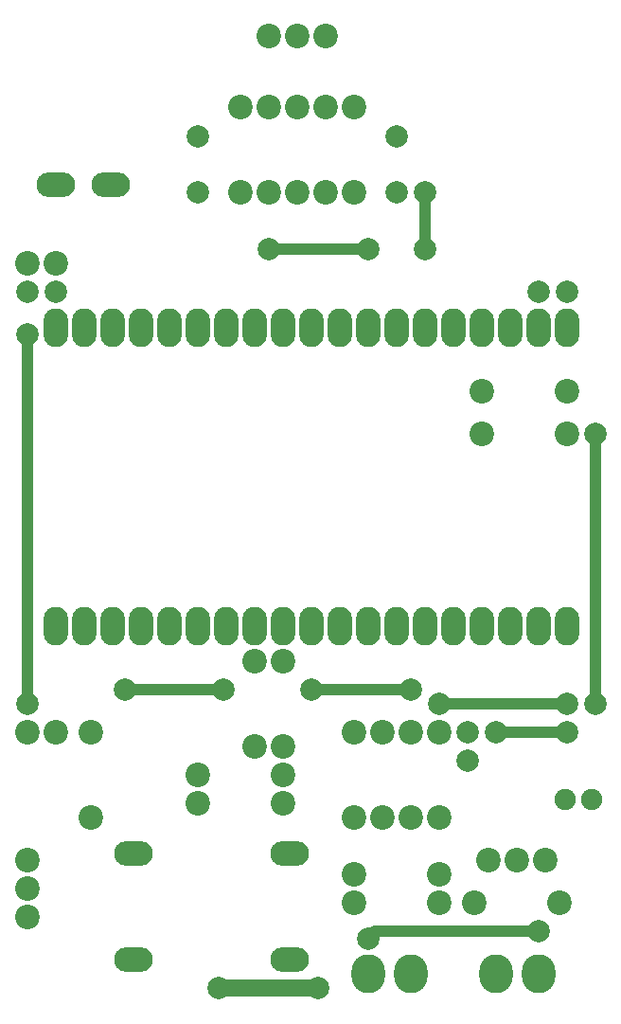
<source format=gbr>
%TF.GenerationSoftware,KiCad,Pcbnew,(5.1.6)-1*%
%TF.CreationDate,2025-12-07T11:43:41-05:00*%
%TF.ProjectId,board2,626f6172-6432-42e6-9b69-6361645f7063,rev?*%
%TF.SameCoordinates,PX196f3b0PY6f6d640*%
%TF.FileFunction,Copper,L1,Top*%
%TF.FilePolarity,Positive*%
%FSLAX46Y46*%
G04 Gerber Fmt 4.6, Leading zero omitted, Abs format (unit mm)*
G04 Created by KiCad (PCBNEW (5.1.6)-1) date 2025-12-07 11:43:41*
%MOMM*%
%LPD*%
G01*
G04 APERTURE LIST*
%TA.AperFunction,ComponentPad*%
%ADD10O,3.470000X2.200000*%
%TD*%
%TA.AperFunction,ComponentPad*%
%ADD11C,2.000000*%
%TD*%
%TA.AperFunction,ComponentPad*%
%ADD12C,2.200000*%
%TD*%
%TA.AperFunction,ComponentPad*%
%ADD13O,3.000000X3.470000*%
%TD*%
%TA.AperFunction,ComponentPad*%
%ADD14O,2.200000X3.470000*%
%TD*%
%TA.AperFunction,ComponentPad*%
%ADD15C,1.900000*%
%TD*%
%TA.AperFunction,ViaPad*%
%ADD16C,2.000000*%
%TD*%
%TA.AperFunction,Conductor*%
%ADD17C,1.000000*%
%TD*%
%TA.AperFunction,Conductor*%
%ADD18C,1.500000*%
%TD*%
G04 APERTURE END LIST*
D10*
%TO.P,C1,1*%
%TO.N,+5V*%
X7620000Y76898500D03*
%TO.P,C1,2*%
%TO.N,GND*%
X12590000Y76898500D03*
%TD*%
D11*
%TO.P,C4,2*%
%TO.N,GND*%
X50840000Y67310000D03*
%TO.P,C4,1*%
%TO.N,+3V3*%
X53340000Y67310000D03*
%TD*%
D12*
%TO.P,D1,2*%
%TO.N,Net-(D1-Pad2)*%
X10795000Y20320000D03*
%TO.P,D1,1*%
%TO.N,Net-(D1-Pad1)*%
X10795000Y27940000D03*
%TD*%
%TO.P,D2,1*%
%TO.N,PUMP+*%
X52705000Y12700000D03*
%TO.P,D2,2*%
%TO.N,PUMP-*%
X45085000Y12700000D03*
%TD*%
D13*
%TO.P,J1,2*%
%TO.N,GND*%
X39370000Y6350000D03*
%TO.P,J1,1*%
%TO.N,PUMP+*%
X35560000Y6350000D03*
%TD*%
D12*
%TO.P,J2,3*%
%TO.N,ROD_HIGH*%
X26670000Y90170000D03*
%TO.P,J2,2*%
%TO.N,DRIVE_ROD*%
X29210000Y90170000D03*
%TO.P,J2,1*%
%TO.N,ROD_LOW*%
X31750000Y90170000D03*
%TD*%
%TO.P,J3,1*%
%TO.N,Net-(D1-Pad1)*%
X7620000Y27940000D03*
%TO.P,J3,2*%
%TO.N,+5V*%
X5080000Y27940000D03*
%TD*%
%TO.P,J7,1*%
%TO.N,+5V*%
X5080000Y16510000D03*
%TO.P,J7,2*%
%TO.N,GND*%
X5080000Y13970000D03*
%TO.P,J7,3*%
%TO.N,Net-(J7-Pad3)*%
X5080000Y11430000D03*
%TD*%
D13*
%TO.P,J8,1*%
%TO.N,PUMP-*%
X46990000Y6350000D03*
%TO.P,J8,2*%
%TO.N,PUMP+*%
X50800000Y6350000D03*
%TD*%
D10*
%TO.P,M1,1*%
%TO.N,GND*%
X28575000Y7620000D03*
%TO.P,M1,2*%
X14605000Y7620000D03*
%TO.P,M1,3*%
%TO.N,Net-(D1-Pad2)*%
X14605000Y17120000D03*
%TO.P,M1,4*%
%TO.N,PUMP+*%
X28575000Y17120000D03*
%TD*%
D12*
%TO.P,Q1,1*%
%TO.N,Net-(Q1-Pad1)*%
X46355000Y16510000D03*
%TO.P,Q1,2*%
%TO.N,PUMP-*%
X48895000Y16510000D03*
%TO.P,Q1,3*%
%TO.N,GND*%
X51435000Y16510000D03*
%TD*%
D14*
%TO.P,U2,1*%
%TO.N,+5V*%
X7620000Y64135000D03*
%TO.P,U2,2*%
%TO.N,Net-(U2-Pad2)*%
X10160000Y64135000D03*
%TO.P,U2,3*%
%TO.N,Net-(U2-Pad3)*%
X12700000Y64135000D03*
%TO.P,U2,4*%
%TO.N,Net-(U2-Pad4)*%
X15240000Y64135000D03*
%TO.P,U2,5*%
%TO.N,Net-(U2-Pad5)*%
X17780000Y64135000D03*
%TO.P,U2,6*%
%TO.N,GND*%
X20320000Y64135000D03*
%TO.P,U2,7*%
%TO.N,Net-(U2-Pad7)*%
X22860000Y64135000D03*
%TO.P,U2,8*%
%TO.N,Net-(U2-Pad8)*%
X25400000Y64135000D03*
%TO.P,U2,9*%
%TO.N,Net-(U2-Pad9)*%
X27940000Y64135000D03*
%TO.P,U2,10*%
%TO.N,S_DRIVE*%
X30480000Y64135000D03*
%TO.P,U2,11*%
%TO.N,Net-(U2-Pad11)*%
X33020000Y64135000D03*
%TO.P,U2,12*%
%TO.N,SENSOR_HIGH*%
X35560000Y64135000D03*
%TO.P,U2,13*%
%TO.N,Net-(U2-Pad13)*%
X38100000Y64135000D03*
%TO.P,U2,14*%
%TO.N,SENSOR_LOW*%
X40640000Y64135000D03*
%TO.P,U2,15*%
%TO.N,Net-(U2-Pad15)*%
X43180000Y64135000D03*
%TO.P,U2,16*%
%TO.N,Net-(U2-Pad16)*%
X45720000Y64135000D03*
%TO.P,U2,17*%
%TO.N,Net-(U2-Pad17)*%
X48260000Y64135000D03*
%TO.P,U2,18*%
%TO.N,Net-(U2-Pad18)*%
X50800000Y64135000D03*
%TO.P,U2,19*%
%TO.N,+3V3*%
X53340000Y64135000D03*
%TO.P,U2,20*%
%TO.N,GND*%
X53340000Y37465000D03*
%TO.P,U2,21*%
%TO.N,Net-(U2-Pad21)*%
X50800000Y37465000D03*
%TO.P,U2,22*%
%TO.N,Net-(U2-Pad22)*%
X48260000Y37465000D03*
%TO.P,U2,23*%
%TO.N,Net-(U2-Pad23)*%
X45720000Y37465000D03*
%TO.P,U2,24*%
%TO.N,Net-(U2-Pad24)*%
X43180000Y37465000D03*
%TO.P,U2,25*%
%TO.N,Net-(U2-Pad25)*%
X40640000Y37465000D03*
%TO.P,U2,26*%
%TO.N,GND*%
X38100000Y37465000D03*
%TO.P,U2,27*%
%TO.N,Net-(U2-Pad27)*%
X35560000Y37465000D03*
%TO.P,U2,28*%
%TO.N,Net-(U2-Pad28)*%
X33020000Y37465000D03*
%TO.P,U2,29*%
%TO.N,Net-(U2-Pad29)*%
X30480000Y37465000D03*
%TO.P,U2,30*%
%TO.N,PUMP*%
X27940000Y37465000D03*
%TO.P,U2,31*%
%TO.N,WS2812B*%
X25400000Y37465000D03*
%TO.P,U2,32*%
%TO.N,Net-(U2-Pad32)*%
X22860000Y37465000D03*
%TO.P,U2,33*%
%TO.N,Net-(U2-Pad33)*%
X20320000Y37465000D03*
%TO.P,U2,34*%
%TO.N,Net-(U2-Pad34)*%
X17780000Y37465000D03*
%TO.P,U2,35*%
%TO.N,Net-(U2-Pad35)*%
X15240000Y37465000D03*
%TO.P,U2,36*%
%TO.N,Net-(U2-Pad36)*%
X12700000Y37465000D03*
%TO.P,U2,37*%
%TO.N,Net-(U2-Pad37)*%
X10160000Y37465000D03*
%TO.P,U2,38*%
%TO.N,Net-(U2-Pad38)*%
X7620000Y37465000D03*
%TD*%
D12*
%TO.P,R18,1*%
%TO.N,WS2812B*%
X25400000Y34290000D03*
%TO.P,R18,2*%
%TO.N,Net-(J7-Pad3)*%
X25400000Y26670000D03*
%TD*%
D11*
%TO.P,C2,2*%
%TO.N,GND*%
X38100000Y81240000D03*
%TO.P,C2,1*%
%TO.N,SENSOR_LOW*%
X38100000Y76200000D03*
%TD*%
%TO.P,C3,1*%
%TO.N,+5V*%
X7620000Y67310000D03*
%TO.P,C3,2*%
%TO.N,GND*%
X5120000Y67310000D03*
%TD*%
%TO.P,C5,1*%
%TO.N,SENSOR_HIGH*%
X20320000Y76200000D03*
%TO.P,C5,2*%
%TO.N,GND*%
X20320000Y81240000D03*
%TD*%
%TO.P,C7,1*%
%TO.N,PUMP+*%
X44450000Y27940000D03*
%TO.P,C7,2*%
%TO.N,GND*%
X44450000Y25440000D03*
%TD*%
D12*
%TO.P,D3,1*%
%TO.N,Net-(D3-Pad1)*%
X45720000Y58420000D03*
%TO.P,D3,2*%
%TO.N,+3V3*%
X53340000Y58420000D03*
%TD*%
%TO.P,J4,1*%
%TO.N,GND*%
X5080000Y69850000D03*
%TO.P,J4,2*%
%TO.N,+5V*%
X7620000Y69850000D03*
%TD*%
%TO.P,R1,1*%
%TO.N,DRIVE_ROD*%
X29210000Y83820000D03*
%TO.P,R1,2*%
%TO.N,S_DRIVE*%
X29210000Y76200000D03*
%TD*%
%TO.P,R2,1*%
%TO.N,ROD_HIGH*%
X26670000Y83820000D03*
%TO.P,R2,2*%
%TO.N,SENSOR_HIGH*%
X26670000Y76200000D03*
%TD*%
%TO.P,R3,2*%
%TO.N,GND*%
X24130000Y83820000D03*
%TO.P,R3,1*%
%TO.N,SENSOR_HIGH*%
X24130000Y76200000D03*
%TD*%
%TO.P,R4,1*%
%TO.N,ROD_LOW*%
X31750000Y83820000D03*
%TO.P,R4,2*%
%TO.N,SENSOR_LOW*%
X31750000Y76200000D03*
%TD*%
%TO.P,R5,2*%
%TO.N,Net-(R10-Pad1)*%
X53340000Y54610000D03*
%TO.P,R5,1*%
%TO.N,Net-(D3-Pad1)*%
X45720000Y54610000D03*
%TD*%
%TO.P,R6,1*%
%TO.N,SENSOR_LOW*%
X34290000Y76200000D03*
%TO.P,R6,2*%
%TO.N,GND*%
X34290000Y83820000D03*
%TD*%
%TO.P,R7,2*%
%TO.N,Net-(R10-Pad1)*%
X27940000Y21590000D03*
%TO.P,R7,1*%
%TO.N,PUMP+*%
X20320000Y21590000D03*
%TD*%
%TO.P,R8,2*%
%TO.N,Net-(Q1-Pad1)*%
X41910000Y15240000D03*
%TO.P,R8,1*%
%TO.N,Net-(R8-Pad1)*%
X34290000Y15240000D03*
%TD*%
%TO.P,R9,2*%
%TO.N,Net-(R10-Pad1)*%
X27940000Y26670000D03*
%TO.P,R9,1*%
%TO.N,PUMP*%
X27940000Y34290000D03*
%TD*%
%TO.P,R10,1*%
%TO.N,Net-(R10-Pad1)*%
X27940000Y24130000D03*
%TO.P,R10,2*%
%TO.N,GND*%
X20320000Y24130000D03*
%TD*%
%TO.P,R11,1*%
%TO.N,Net-(Q1-Pad1)*%
X41910000Y12700000D03*
%TO.P,R11,2*%
%TO.N,GND*%
X34290000Y12700000D03*
%TD*%
%TO.P,U1,1*%
%TO.N,PUMP+*%
X41910000Y27940000D03*
%TO.P,U1,2*%
%TO.N,Net-(R10-Pad1)*%
X39370000Y27940000D03*
%TO.P,U1,3*%
X36830000Y27940000D03*
%TO.P,U1,4*%
%TO.N,GND*%
X34290000Y27940000D03*
%TO.P,U1,5*%
%TO.N,Net-(R8-Pad1)*%
X34290000Y20320000D03*
%TO.P,U1,6*%
%TO.N,Net-(U1-Pad6)*%
X36830000Y20320000D03*
%TO.P,U1,7*%
%TO.N,Net-(U1-Pad7)*%
X39370000Y20320000D03*
%TO.P,U1,8*%
%TO.N,Net-(U1-Pad8)*%
X41910000Y20320000D03*
%TD*%
D15*
%TO.P,C6,1*%
%TO.N,PUMP+*%
X53240000Y21930000D03*
%TO.P,C6,2*%
%TO.N,GND*%
X55540000Y21930000D03*
%TD*%
D16*
%TO.N,+5V*%
X5080000Y63500000D03*
X5080000Y30480000D03*
%TO.N,PUMP+*%
X50800000Y10160000D03*
X53340000Y27940000D03*
X46990000Y27940000D03*
X22225000Y5080000D03*
X31115000Y5080000D03*
X35560000Y9525000D03*
%TO.N,Net-(J7-Pad3)*%
X13843000Y31750000D03*
X22606000Y31750000D03*
%TO.N,SENSOR_LOW*%
X40640000Y76200000D03*
X40640000Y71120000D03*
%TO.N,SENSOR_HIGH*%
X35560000Y71120000D03*
X26670000Y71120000D03*
%TO.N,Net-(R10-Pad1)*%
X30480000Y31750000D03*
X39370000Y31750000D03*
X41910000Y30480000D03*
X53340000Y30480000D03*
X55880000Y30480000D03*
X55880000Y54610000D03*
%TD*%
D17*
%TO.N,+5V*%
X5080000Y30480000D02*
X5080000Y63500000D01*
%TO.N,PUMP+*%
X46990000Y27940000D02*
X53340000Y27940000D01*
D18*
X22225000Y5080000D02*
X31115000Y5080000D01*
D17*
X35560000Y9525000D02*
X36195000Y10160000D01*
X36195000Y10160000D02*
X50800000Y10160000D01*
%TO.N,Net-(J7-Pad3)*%
X13843000Y31750000D02*
X22606000Y31750000D01*
%TO.N,SENSOR_LOW*%
X40640000Y76200000D02*
X40640000Y71120000D01*
%TO.N,SENSOR_HIGH*%
X26670000Y71120000D02*
X35560000Y71120000D01*
%TO.N,Net-(R10-Pad1)*%
X39370000Y31750000D02*
X30480000Y31750000D01*
X55880000Y54610000D02*
X55880000Y30480000D01*
X53340000Y30480000D02*
X41910000Y30480000D01*
%TD*%
M02*

</source>
